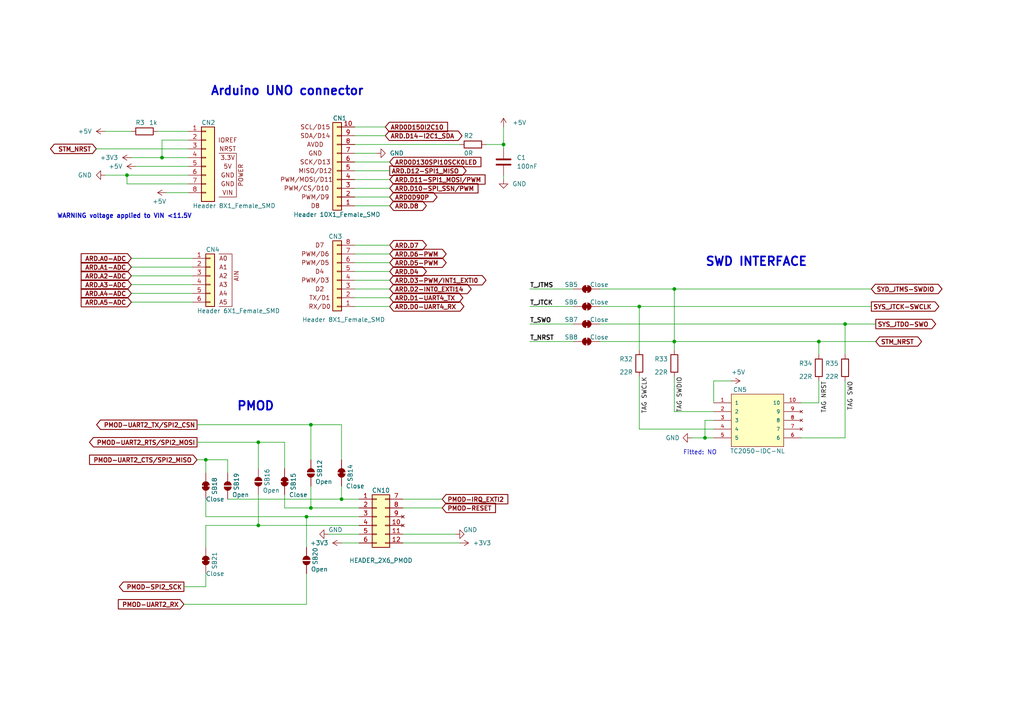
<source format=kicad_sch>
(kicad_sch (version 20211123) (generator eeschema)
  (paper "A4")
  (lib_symbols
    (symbol "+5V_1" (power) (pin_names (offset 0))
      (property "Value" "+5V_1" (at 0 3.556 0))
      (symbol "+5V_1_0_1"
        (polyline (pts (xy -0.762 1.27) (xy 0 2.54)))
        (polyline (pts (xy 0 0) (xy 0 2.54)))
        (polyline (pts (xy 0 2.54) (xy 0.762 1.27)))
      )
      (symbol "+5V_1_1_1"
        (pin power_in line (at 0 0 90) (length 0) hide (name "+5V") (number "1"))
      )
    )
    (symbol "+5V_2" (power) (pin_names (offset 0))
      (property "Value" "+5V_2" (at -3.81 0.0001 90))
      (symbol "+5V_2_0_1"
        (polyline (pts (xy -0.762 1.27) (xy 0 2.54)))
        (polyline (pts (xy 0 0) (xy 0 2.54)))
        (polyline (pts (xy 0 2.54) (xy 0.762 1.27)))
      )
      (symbol "+5V_2_1_1"
        (pin power_in line (at 0 0 90) (length 0) hide (name "+5V") (number "1"))
      )
    )
    (symbol "+5V_3" (power) (pin_names (offset 0))
      (property "Value" "+5V_3" (at 2.54 1.2701 0))
      (symbol "+5V_3_0_1"
        (polyline (pts (xy -0.762 1.27) (xy 0 2.54)))
        (polyline (pts (xy 0 0) (xy 0 2.54)))
        (polyline (pts (xy 0 2.54) (xy 0.762 1.27)))
      )
      (symbol "+5V_3_1_1"
        (pin power_in line (at 0 0 90) (length 0) hide (name "+5V") (number "1"))
      )
    )
    (symbol "+5V_4" (power) (pin_names (offset 0))
      (property "Value" "+5V_4" (at 3.81 0.0001 90))
      (symbol "+5V_4_0_1"
        (polyline (pts (xy -0.762 1.27) (xy 0 2.54)))
        (polyline (pts (xy 0 0) (xy 0 2.54)))
        (polyline (pts (xy 0 2.54) (xy 0.762 1.27)))
      )
      (symbol "+5V_4_1_1"
        (pin power_in line (at 0 0 90) (length 0) hide (name "+5V") (number "1"))
      )
    )
    (symbol "Conn_01x08_1" (pin_names (offset 1.016) hide)
      (property "Reference" "CN4" (at -2.54 10.16 0))
      (property "Value" "Header 8X1_Female_SMD" (at -6.35 -12.7 0))
      (symbol "Conn_01x08_1_0_0"
        (text "D2" (at -5.08 -5.08 0) (effects (font (size 1.27 1.27))))
        (text "D4" (at -5.08 0 0) (effects (font (size 1.27 1.27))))
        (text "D7" (at -5.08 7.62 0) (effects (font (size 1.27 1.27))))
        (text "PWM/D3" (at -6.35 -2.54 0) (effects (font (size 1.27 1.27))))
        (text "PWM/D5" (at -6.35 2.54 0) (effects (font (size 1.27 1.27))))
        (text "PWM/D6" (at -6.35 5.08 0) (effects (font (size 1.27 1.27))))
        (text "RX/D0" (at -5.08 -10.16 0) (effects (font (size 1.27 1.27))))
        (text "TX/D1" (at -5.08 -7.62 0) (effects (font (size 1.27 1.27))))
      )
      (symbol "Conn_01x08_1_1_1"
        (rectangle (start -1.27 8.89) (end 1.27 -11.43) (stroke (width 0.254)) (fill (type background)))
        (rectangle (start 0 -10.287) (end 1.27 -10.033) (stroke (width 0.1524)))
        (rectangle (start 0 -7.747) (end 1.27 -7.493) (stroke (width 0.1524)))
        (rectangle (start 0 -5.207) (end 1.27 -4.953) (stroke (width 0.1524)))
        (rectangle (start 0 -2.667) (end 1.27 -2.413) (stroke (width 0.1524)))
        (rectangle (start 0 -0.127) (end 1.27 0.127) (stroke (width 0.1524)))
        (rectangle (start 0 2.413) (end 1.27 2.667) (stroke (width 0.1524)))
        (rectangle (start 0 4.953) (end 1.27 5.207) (stroke (width 0.1524)))
        (rectangle (start 0 7.493) (end 1.27 7.747) (stroke (width 0.1524)))
        (pin output line (at 5.08 -10.16 180) (length 3.81) (name "Pin_1") (number "1"))
        (pin input line (at 5.08 -7.62 180) (length 3.81) (name "Pin_2") (number "2"))
        (pin bidirectional line (at 5.08 -5.08 180) (length 3.81) (name "Pin_3") (number "3"))
        (pin bidirectional line (at 5.08 -2.54 180) (length 3.81) (name "Pin_4") (number "4"))
        (pin bidirectional line (at 5.08 0 180) (length 3.81) (name "Pin_5") (number "5"))
        (pin bidirectional line (at 5.08 2.54 180) (length 3.81) (name "Pin_6") (number "6"))
        (pin bidirectional line (at 5.08 5.08 180) (length 3.81) (name "Pin_7") (number "7"))
        (pin bidirectional line (at 5.08 7.62 180) (length 3.81) (name "Pin_8") (number "8"))
      )
    )
    (symbol "Connector_Generic:Conn_01x06" (pin_names (offset 1.016) hide)
      (property "Reference" "CN4" (at -1.27 7.62 0))
      (property "Value" "Header 6X1_Female_SMD" (at -3.81 -10.16 0))
      (symbol "Conn_01x06_0_0"
        (polyline (pts (xy 2.54 6.35) (xy 6.35 6.35) (xy 6.35 -8.89) (xy 2.54 -8.89)))
        (text "A0" (at 3.81 5.08 0) (effects (font (size 1.27 1.27))))
        (text "A1" (at 3.81 2.54 0) (effects (font (size 1.27 1.27))))
        (text "A2" (at 3.81 0 0) (effects (font (size 1.27 1.27))))
        (text "A3" (at 3.81 -2.54 0) (effects (font (size 1.27 1.27))))
        (text "A4" (at 3.81 -5.08 0) (effects (font (size 1.27 1.27))))
        (text "A5" (at 3.81 -7.62 0) (effects (font (size 1.27 1.27))))
        (text "AIN" (at 7.62 0 900) (effects (font (size 1.27 1.27))))
      )
      (symbol "Conn_01x06_1_1"
        (rectangle (start -1.27 -7.493) (end 0 -7.747) (stroke (width 0.1524)))
        (rectangle (start -1.27 -4.953) (end 0 -5.207) (stroke (width 0.1524)))
        (rectangle (start -1.27 -2.413) (end 0 -2.667) (stroke (width 0.1524)))
        (rectangle (start -1.27 0.127) (end 0 -0.127) (stroke (width 0.1524)))
        (rectangle (start -1.27 2.667) (end 0 2.413) (stroke (width 0.1524)))
        (rectangle (start -1.27 5.207) (end 0 4.953) (stroke (width 0.1524)))
        (rectangle (start -1.27 6.35) (end 1.27 -8.89) (stroke (width 0.254)) (fill (type background)))
        (pin input line (at -5.08 5.08 0) (length 3.81) (name "Pin_1") (number "1"))
        (pin input line (at -5.08 2.54 0) (length 3.81) (name "Pin_2") (number "2"))
        (pin input line (at -5.08 0 0) (length 3.81) (name "Pin_3") (number "3"))
        (pin input line (at -5.08 -2.54 0) (length 3.81) (name "Pin_4") (number "4"))
        (pin input line (at -5.08 -5.08 0) (length 3.81) (name "Pin_5") (number "5"))
        (pin input line (at -5.08 -7.62 0) (length 3.81) (name "Pin_6") (number "6"))
      )
    )
    (symbol "Connector_Generic:Conn_01x08" (pin_names (offset 1.016) hide)
      (property "Reference" "CN1" (at -1.27 10.16 0))
      (property "Value" "Header 8X1_Female_SMD" (at -3.81 -13.97 0))
      (symbol "Conn_01x08_0_0"
        (polyline (pts (xy 3.81 1.27) (xy 8.89 1.27) (xy 8.89 -11.43) (xy 3.81 -11.43)))
        (text "3.3V" (at 6.35 0 0) (effects (font (size 1.27 1.27))))
        (text "5V" (at 6.35 -2.54 0) (effects (font (size 1.27 1.27))))
        (text "GND" (at 6.35 -7.62 0) (effects (font (size 1.27 1.27))))
        (text "GND" (at 6.35 -5.08 0) (effects (font (size 1.27 1.27))))
        (text "IOREF" (at 6.35 5.08 0) (effects (font (size 1.27 1.27))))
        (text "NRST" (at 6.35 2.54 0) (effects (font (size 1.27 1.27))))
        (text "POWER" (at 10.16 -5.08 900) (effects (font (size 1.27 1.27))))
        (text "VIN" (at 6.35 -10.16 0) (effects (font (size 1.27 1.27))))
      )
      (symbol "Conn_01x08_1_1"
        (rectangle (start -1.27 -10.033) (end 0 -10.287) (stroke (width 0.1524)))
        (rectangle (start -1.27 -7.493) (end 0 -7.747) (stroke (width 0.1524)))
        (rectangle (start -1.27 -4.953) (end 0 -5.207) (stroke (width 0.1524)))
        (rectangle (start -1.27 -2.413) (end 0 -2.667) (stroke (width 0.1524)))
        (rectangle (start -1.27 0.127) (end 0 -0.127) (stroke (width 0.1524)))
        (rectangle (start -1.27 2.667) (end 0 2.413) (stroke (width 0.1524)))
        (rectangle (start -1.27 5.207) (end 0 4.953) (stroke (width 0.1524)))
        (rectangle (start -1.27 7.747) (end 0 7.493) (stroke (width 0.1524)))
        (rectangle (start -1.27 8.89) (end 2.54 -12.7) (stroke (width 0.254)) (fill (type background)))
        (pin input line (at -5.08 7.62 0) (length 3.81) (name "Pin_1") (number "1"))
        (pin output line (at -5.08 5.08 0) (length 3.81) (name "IOREF") (number "2"))
        (pin bidirectional line (at -5.08 2.54 0) (length 3.81) (name "NRST") (number "3"))
        (pin input line (at -5.08 0 0) (length 3.81) (name "3V3") (number "4"))
        (pin input line (at -5.08 -2.54 0) (length 3.81) (name "Pin_5") (number "5"))
        (pin input line (at -5.08 -5.08 0) (length 3.81) (name "Pin_6") (number "6"))
        (pin input line (at -5.08 -7.62 0) (length 3.81) (name "GND") (number "7"))
        (pin input line (at -5.08 -10.16 0) (length 3.81) (name "VIN") (number "8"))
      )
    )
    (symbol "Connector_Generic:Conn_01x10" (pin_names (offset 1.016) hide)
      (property "Reference" "CN1" (at -1.27 12.7 0))
      (property "Value" "Header 10X1_Female_SMD" (at -3.81 -15.24 0))
      (symbol "Conn_01x10_0_0"
        (text "AVDD" (at -6.35 5.08 0) (effects (font (size 1.27 1.27))))
        (text "D8" (at -6.35 -12.7 0) (effects (font (size 1.27 1.27))))
        (text "GND" (at -6.35 2.54 0) (effects (font (size 1.27 1.27))))
        (text "MISO/D12" (at -6.35 -2.54 0) (effects (font (size 1.27 1.27))))
        (text "PWM/CS/D10" (at -8.89 -7.62 0) (effects (font (size 1.27 1.27))))
        (text "PWM/D9" (at -6.35 -10.16 0) (effects (font (size 1.27 1.27))))
        (text "PWM/MOSI/D11" (at -8.89 -5.08 0) (effects (font (size 1.27 1.27))))
        (text "SCK/D13" (at -6.35 0 0) (effects (font (size 1.27 1.27))))
        (text "SCL/D15" (at -6.35 10.16 0) (effects (font (size 1.27 1.27))))
        (text "SDA/D14" (at -6.35 7.62 0) (effects (font (size 1.27 1.27))))
      )
      (symbol "Conn_01x10_1_1"
        (rectangle (start -1.27 11.43) (end 1.27 -13.97) (stroke (width 0.254)) (fill (type background)))
        (rectangle (start 0 -12.827) (end 1.27 -12.573) (stroke (width 0.1524)))
        (rectangle (start 0 -10.287) (end 1.27 -10.033) (stroke (width 0.1524)))
        (rectangle (start 0 -7.747) (end 1.27 -7.493) (stroke (width 0.1524)))
        (rectangle (start 0 -5.207) (end 1.27 -4.953) (stroke (width 0.1524)))
        (rectangle (start 0 -2.667) (end 1.27 -2.413) (stroke (width 0.1524)))
        (rectangle (start 0 -0.127) (end 1.27 0.127) (stroke (width 0.1524)))
        (rectangle (start 0 2.413) (end 1.27 2.667) (stroke (width 0.1524)))
        (rectangle (start 0 4.953) (end 1.27 5.207) (stroke (width 0.1524)))
        (rectangle (start 0 7.493) (end 1.27 7.747) (stroke (width 0.1524)))
        (rectangle (start 0 10.033) (end 1.27 10.287) (stroke (width 0.1524)))
        (pin bidirectional line (at 5.08 -12.7 180) (length 3.81) (name "Pin_1") (number "1"))
        (pin input line (at 5.08 10.16 180) (length 3.81) (name "Pin_10") (number "10"))
        (pin bidirectional line (at 5.08 -10.16 180) (length 3.81) (name "Pin_2") (number "2"))
        (pin input line (at 5.08 -7.62 180) (length 3.81) (name "Pin_3") (number "3"))
        (pin input line (at 5.08 -5.08 180) (length 3.81) (name "Pin_4") (number "4"))
        (pin output line (at 5.08 -2.54 180) (length 3.81) (name "Pin_5") (number "5"))
        (pin input line (at 5.08 0 180) (length 3.81) (name "Pin_6") (number "6"))
        (pin input line (at 5.08 2.54 180) (length 3.81) (name "Pin_7") (number "7"))
        (pin input line (at 5.08 5.08 180) (length 3.81) (name "Pin_8") (number "8"))
        (pin bidirectional line (at 5.08 7.62 180) (length 3.81) (name "Pin_9") (number "9"))
      )
    )
    (symbol "Connector_Generic:Conn_02x06_Top_Bottom" (pin_names (offset 1.016) hide)
      (property "Reference" "CN10" (at 1.27 7.62 0))
      (property "Value" "HEADER_2X6_PMOD" (at 1.27 -12.7 0))
      (symbol "Conn_02x06_Top_Bottom_1_1"
        (rectangle (start -1.27 -7.493) (end 0 -7.747) (stroke (width 0.1524)))
        (rectangle (start -1.27 -4.953) (end 0 -5.207) (stroke (width 0.1524)))
        (rectangle (start -1.27 -2.413) (end 0 -2.667) (stroke (width 0.1524)))
        (rectangle (start -1.27 0.127) (end 0 -0.127) (stroke (width 0.1524)))
        (rectangle (start -1.27 2.667) (end 0 2.413) (stroke (width 0.1524)))
        (rectangle (start -1.27 5.207) (end 0 4.953) (stroke (width 0.1524)))
        (rectangle (start -1.27 6.35) (end 3.81 -8.89) (stroke (width 0.254)) (fill (type background)))
        (rectangle (start 3.81 -7.493) (end 2.54 -7.747) (stroke (width 0.1524)))
        (rectangle (start 3.81 -4.953) (end 2.54 -5.207) (stroke (width 0.1524)))
        (rectangle (start 3.81 -2.413) (end 2.54 -2.667) (stroke (width 0.1524)))
        (rectangle (start 3.81 0.127) (end 2.54 -0.127) (stroke (width 0.1524)))
        (rectangle (start 3.81 2.667) (end 2.54 2.413) (stroke (width 0.1524)))
        (rectangle (start 3.81 5.207) (end 2.54 4.953) (stroke (width 0.1524)))
        (pin passive line (at -5.08 5.08 0) (length 3.81) (name "Pin_1") (number "1"))
        (pin no_connect line (at 7.62 -2.54 180) (length 3.81) (name "Pin_10") (number "10"))
        (pin passive line (at 7.62 -5.08 180) (length 3.81) (name "Pin_11") (number "11"))
        (pin passive line (at 7.62 -7.62 180) (length 3.81) (name "Pin_12") (number "12"))
        (pin passive line (at -5.08 2.54 0) (length 3.81) (name "Pin_2") (number "2"))
        (pin passive line (at -5.08 0 0) (length 3.81) (name "Pin_3") (number "3"))
        (pin passive line (at -5.08 -2.54 0) (length 3.81) (name "Pin_4") (number "4"))
        (pin passive line (at -5.08 -5.08 0) (length 3.81) (name "Pin_5") (number "5"))
        (pin passive line (at -5.08 -7.62 0) (length 3.81) (name "Pin_6") (number "6"))
        (pin passive line (at 7.62 5.08 180) (length 3.81) (name "Pin_7") (number "7"))
        (pin passive line (at 7.62 2.54 180) (length 3.81) (name "Pin_8") (number "8"))
        (pin no_connect line (at 7.62 0 180) (length 3.81) (name "Pin_9") (number "9"))
      )
    )
    (symbol "Device:C" (pin_numbers hide) (pin_names (offset 0.254))
      (property "Reference" "C" (at 0.635 2.54 0))
      (property "Value" "C" (at 0.635 -2.54 0))
      (symbol "C_0_1"
        (polyline (pts (xy -2.032 -0.762) (xy 2.032 -0.762)) (stroke (width 0.508)))
        (polyline (pts (xy -2.032 0.762) (xy 2.032 0.762)) (stroke (width 0.508)))
      )
      (symbol "C_1_1"
        (pin passive line (at 0 3.81 270) (length 2.794) (name "~") (number "1"))
        (pin passive line (at 0 -3.81 90) (length 2.794) (name "~") (number "2"))
      )
    )
    (symbol "Device:R" (pin_numbers hide) (pin_names (offset 0))
      (property "Reference" "R" (at 2.032 0 90))
      (property "Value" "R" (at 0 0 90))
      (symbol "R_0_1"
        (rectangle (start -1.016 -2.54) (end 1.016 2.54) (stroke (width 0.254)))
      )
      (symbol "R_1_1"
        (pin passive line (at 0 3.81 270) (length 1.27) (name "~") (number "1"))
        (pin passive line (at 0 -3.81 90) (length 1.27) (name "~") (number "2"))
      )
    )
    (symbol "Jumper:SolderJumper_2_Bridged" (pin_names (offset 0) hide)
      (property "Reference" "SB18" (at 2.54 2.54 0))
      (property "Value" "Close" (at 0 -3.81 90))
      (symbol "SolderJumper_2_Bridged_0_1"
        (rectangle (start -0.508 0.508) (end 0.508 -0.508) (fill (type outline)))
        (arc (start -0.254 1.016) (mid -1.27 0) (end -0.254 -1.016))
        (arc (start -0.254 1.016) (mid -1.27 0) (end -0.254 -1.016) (fill (type outline)))
        (polyline (pts (xy -0.254 1.016) (xy -0.254 -1.016)))
        (polyline (pts (xy 0.254 1.016) (xy 0.254 -1.016)))
        (arc (start 0.254 -1.016) (mid 1.27 0) (end 0.254 1.016))
        (arc (start 0.254 -1.016) (mid 1.27 0) (end 0.254 1.016) (fill (type outline)))
      )
      (symbol "SolderJumper_2_Bridged_1_1"
        (pin passive line (at -3.81 0 0) (length 2.54) (name "A") (number ""))
        (pin passive line (at 3.81 0 180) (length 2.54) (name "B") (number ""))
      )
    )
    (symbol "SolderJumper_2_Open_1" (pin_names (offset 0) hide)
      (property "Reference" "SB19" (at 2.54 3.81 0))
      (property "Value" "SolderJumper_2_Open_1" (at 2.54 -2.54 90))
      (symbol "SolderJumper_2_Open_1_0_1"
        (arc (start -0.254 1.016) (mid -1.27 0) (end -0.254 -1.016))
        (arc (start -0.254 1.016) (mid -1.27 0) (end -0.254 -1.016) (fill (type outline)))
        (polyline (pts (xy -0.254 1.016) (xy -0.254 -1.016)))
        (polyline (pts (xy 0.254 1.016) (xy 0.254 -1.016)))
        (arc (start 0.254 -1.016) (mid 1.27 0) (end 0.254 1.016))
        (arc (start 0.254 -1.016) (mid 1.27 0) (end 0.254 1.016) (fill (type outline)))
      )
      (symbol "SolderJumper_2_Open_1_1_1"
        (pin passive line (at -3.81 0 0) (length 2.54) (name "A") (number ""))
        (pin passive line (at 3.81 0 180) (length 2.54) (name "B") (number ""))
      )
    )
    (symbol "SolderJumper_2_Open_2" (pin_names (offset 0) hide)
      (property "Reference" "SB16" (at 3.81 2.54 0))
      (property "Value" "SolderJumper_2_Open_2" (at 2.54 -3.81 90))
      (symbol "SolderJumper_2_Open_2_0_1"
        (arc (start -0.254 1.016) (mid -1.27 0) (end -0.254 -1.016))
        (arc (start -0.254 1.016) (mid -1.27 0) (end -0.254 -1.016) (fill (type outline)))
        (polyline (pts (xy -0.254 1.016) (xy -0.254 -1.016)))
        (polyline (pts (xy 0.254 1.016) (xy 0.254 -1.016)))
        (arc (start 0.254 -1.016) (mid 1.27 0) (end 0.254 1.016))
        (arc (start 0.254 -1.016) (mid 1.27 0) (end 0.254 1.016) (fill (type outline)))
      )
      (symbol "SolderJumper_2_Open_2_1_1"
        (pin passive line (at -3.81 0 0) (length 2.54) (name "A") (number ""))
        (pin passive line (at 3.81 0 180) (length 2.54) (name "B") (number ""))
      )
    )
    (symbol "TC2050-IDC-NL:TC2050-IDC-NL" (pin_names (offset 1.016))
      (property "Reference" "CN5" (at -5.08 8.89 0))
      (property "Value" "TC2050-IDC-NL" (at 0 -8.89 0))
      (symbol "TC2050-IDC-NL_0_0"
        (rectangle (start -7.62 -7.62) (end 7.62 7.62) (stroke (width 0.1524)) (fill (type background)))
        (pin passive line (at -12.7 5.08 0) (length 5.08) (name "1") (number "1"))
        (pin passive line (at 12.7 5.08 180) (length 5.08) (name "10") (number "10"))
        (pin passive line (at -12.7 2.54 0) (length 5.08) (name "2") (number "2"))
        (pin passive line (at -12.7 0 0) (length 5.08) (name "3") (number "3"))
        (pin passive line (at -12.7 -2.54 0) (length 5.08) (name "4") (number "4"))
        (pin passive line (at -12.7 -5.08 0) (length 5.08) (name "5") (number "5"))
        (pin input line (at 12.7 -5.08 180) (length 5.08) (name "6") (number "6"))
        (pin no_connect line (at 12.7 -2.54 180) (length 5.08) (name "7") (number "7"))
        (pin no_connect line (at 12.7 0 180) (length 5.08) (name "8") (number "8"))
        (pin no_connect line (at 12.7 2.54 180) (length 5.08) (name "9") (number "9"))
      )
    )
    (symbol "power:+3V3" (power) (pin_names (offset 0))
      (property "Value" "+3V3" (at 0 3.556 0))
      (symbol "+3V3_0_1"
        (polyline (pts (xy -0.762 1.27) (xy 0 2.54)))
        (polyline (pts (xy 0 0) (xy 0 2.54)))
        (polyline (pts (xy 0 2.54) (xy 0.762 1.27)))
      )
      (symbol "+3V3_1_1"
        (pin power_in line (at 0 0 90) (length 0) hide (name "+3V3") (number "1"))
      )
    )
    (symbol "power:+5V" (power) (pin_names (offset 0))
      (property "Value" "5V_ARD" (at -3.81 0.0001 90))
      (symbol "+5V_0_1"
        (polyline (pts (xy -0.762 1.27) (xy 0 2.54)))
        (polyline (pts (xy 0 0) (xy 0 2.54)))
        (polyline (pts (xy 0 2.54) (xy 0.762 1.27)))
      )
      (symbol "+5V_1_1"
        (pin power_in line (at 0 0 90) (length 0) hide (name "+5V") (number "1"))
      )
    )
    (symbol "power:GND" (power) (pin_names (offset 0))
      (property "Value" "GND" (at 0 -3.81 0))
      (symbol "GND_0_1"
        (polyline (pts (xy 0 0) (xy 0 -1.27) (xy 1.27 -1.27) (xy 0 -2.54) (xy -1.27 -1.27) (xy 0 -1.27)))
      )
      (symbol "GND_1_1"
        (pin power_in line (at 0 0 270) (length 0) hide (name "GND") (number "1"))
      )
    )
  )
  (junction (at 74.93 128.27))
  (junction (at 99.06 144.78))
  (junction (at 195.58 99.06))
  (junction (at 204.47 127))
  (junction (at 245.11 93.98))
  (junction (at 74.93 152.4))
  (junction (at 90.17 123.19))
  (junction (at 88.9 149.86))
  (junction (at 36.83 50.8))
  (junction (at 185.42 88.9))
  (junction (at 59.69 133.35))
  (junction (at 46.99 45.72))
  (junction (at 146.05 41.91))
  (junction (at 195.58 83.82))
  (junction (at 90.17 147.32))
  (junction (at 237.49 99.06))
  (wire (pts (xy 66.04 133.35) (xy 66.04 137.16)))
  (wire (pts (xy 195.58 119.38) (xy 207.01 119.38)))
  (wire (pts (xy 90.17 147.32) (xy 104.14 147.32)))
  (wire (pts (xy 237.49 99.06) (xy 237.49 102.87)))
  (wire (pts (xy 54.61 43.18) (xy 27.94 43.18)))
  (wire (pts (xy 102.87 41.91) (xy 133.35 41.91)))
  (wire (pts (xy 88.9 149.86) (xy 104.14 149.86)))
  (wire (pts (xy 99.06 133.35) (xy 99.06 123.19)))
  (wire (pts (xy 195.58 101.6) (xy 195.58 99.06)))
  (wire (pts (xy 173.99 83.82) (xy 195.58 83.82)))
  (wire (pts (xy 204.47 121.92) (xy 204.47 127)))
  (wire (pts (xy 102.87 39.37) (xy 111.76 39.37)))
  (wire (pts (xy 66.04 144.78) (xy 99.06 144.78)))
  (wire (pts (xy 153.67 83.82) (xy 166.37 83.82)))
  (wire (pts (xy 102.87 86.36) (xy 113.03 86.36)))
  (wire (pts (xy 38.1 45.72) (xy 46.99 45.72)))
  (wire (pts (xy 195.58 109.22) (xy 195.58 119.38)))
  (wire (pts (xy 207.01 110.49) (xy 212.09 110.49)))
  (wire (pts (xy 200.66 127) (xy 204.47 127)))
  (wire (pts (xy 88.9 166.37) (xy 88.9 175.26)))
  (wire (pts (xy 59.69 133.35) (xy 66.04 133.35)))
  (wire (pts (xy 30.48 38.1) (xy 38.1 38.1)))
  (wire (pts (xy 195.58 83.82) (xy 195.58 99.06)))
  (wire (pts (xy 82.55 143.51) (xy 82.55 147.32)))
  (wire (pts (xy 173.99 88.9) (xy 185.42 88.9)))
  (wire (pts (xy 30.48 50.8) (xy 36.83 50.8)))
  (wire (pts (xy 36.83 50.8) (xy 54.61 50.8)))
  (wire (pts (xy 90.17 140.97) (xy 90.17 147.32)))
  (wire (pts (xy 38.1 77.47) (xy 55.88 77.47)))
  (wire (pts (xy 153.67 99.06) (xy 166.37 99.06)))
  (wire (pts (xy 45.72 38.1) (xy 54.61 38.1)))
  (wire (pts (xy 146.05 41.91) (xy 146.05 43.18)))
  (wire (pts (xy 95.25 154.94) (xy 104.14 154.94)))
  (wire (pts (xy 173.99 93.98) (xy 245.11 93.98)))
  (wire (pts (xy 59.69 149.86) (xy 88.9 149.86)))
  (wire (pts (xy 57.15 133.35) (xy 59.69 133.35)))
  (wire (pts (xy 38.1 82.55) (xy 55.88 82.55)))
  (wire (pts (xy 102.87 76.2) (xy 113.03 76.2)))
  (wire (pts (xy 102.87 78.74) (xy 113.03 78.74)))
  (wire (pts (xy 116.84 154.94) (xy 132.08 154.94)))
  (wire (pts (xy 207.01 116.84) (xy 207.01 110.49)))
  (wire (pts (xy 48.26 55.88) (xy 54.61 55.88)))
  (wire (pts (xy 232.41 127) (xy 245.11 127)))
  (wire (pts (xy 102.87 81.28) (xy 113.03 81.28)))
  (wire (pts (xy 116.84 157.48) (xy 133.35 157.48)))
  (wire (pts (xy 57.15 128.27) (xy 74.93 128.27)))
  (wire (pts (xy 102.87 46.99) (xy 113.03 46.99)))
  (wire (pts (xy 90.17 123.19) (xy 99.06 123.19)))
  (wire (pts (xy 82.55 135.89) (xy 82.55 128.27)))
  (wire (pts (xy 102.87 44.45) (xy 109.22 44.45)))
  (wire (pts (xy 38.1 85.09) (xy 55.88 85.09)))
  (wire (pts (xy 38.1 74.93) (xy 55.88 74.93)))
  (wire (pts (xy 245.11 93.98) (xy 245.11 102.87)))
  (wire (pts (xy 74.93 152.4) (xy 104.14 152.4)))
  (wire (pts (xy 146.05 52.07) (xy 146.05 50.8)))
  (wire (pts (xy 245.11 110.49) (xy 245.11 127)))
  (wire (pts (xy 173.99 99.06) (xy 195.58 99.06)))
  (wire (pts (xy 153.67 88.9) (xy 166.37 88.9)))
  (wire (pts (xy 102.87 73.66) (xy 113.03 73.66)))
  (wire (pts (xy 185.42 124.46) (xy 207.01 124.46)))
  (wire (pts (xy 46.99 45.72) (xy 54.61 45.72)))
  (wire (pts (xy 140.97 41.91) (xy 146.05 41.91)))
  (wire (pts (xy 39.37 48.26) (xy 54.61 48.26)))
  (wire (pts (xy 204.47 127) (xy 207.01 127)))
  (wire (pts (xy 116.84 144.78) (xy 128.27 144.78)))
  (wire (pts (xy 102.87 88.9) (xy 113.03 88.9)))
  (wire (pts (xy 59.69 144.78) (xy 59.69 149.86)))
  (wire (pts (xy 54.61 40.64) (xy 46.99 40.64)))
  (wire (pts (xy 99.06 157.48) (xy 104.14 157.48)))
  (wire (pts (xy 59.69 152.4) (xy 74.93 152.4)))
  (wire (pts (xy 237.49 110.49) (xy 237.49 116.84)))
  (wire (pts (xy 53.34 175.26) (xy 88.9 175.26)))
  (wire (pts (xy 102.87 83.82) (xy 113.03 83.82)))
  (wire (pts (xy 99.06 144.78) (xy 104.14 144.78)))
  (wire (pts (xy 195.58 83.82) (xy 252.73 83.82)))
  (wire (pts (xy 185.42 88.9) (xy 252.73 88.9)))
  (wire (pts (xy 54.61 53.34) (xy 36.83 53.34)))
  (wire (pts (xy 46.99 40.64) (xy 46.99 45.72)))
  (wire (pts (xy 102.87 36.83) (xy 111.76 36.83)))
  (wire (pts (xy 185.42 101.6) (xy 185.42 88.9)))
  (wire (pts (xy 153.67 93.98) (xy 166.37 93.98)))
  (wire (pts (xy 36.83 50.8) (xy 36.83 53.34)))
  (wire (pts (xy 82.55 147.32) (xy 90.17 147.32)))
  (wire (pts (xy 102.87 71.12) (xy 113.03 71.12)))
  (wire (pts (xy 245.11 93.98) (xy 254 93.98)))
  (wire (pts (xy 88.9 149.86) (xy 88.9 158.75)))
  (wire (pts (xy 237.49 99.06) (xy 254 99.06)))
  (wire (pts (xy 38.1 87.63) (xy 55.88 87.63)))
  (wire (pts (xy 102.87 54.61) (xy 113.03 54.61)))
  (wire (pts (xy 102.87 57.15) (xy 113.03 57.15)))
  (wire (pts (xy 74.93 128.27) (xy 82.55 128.27)))
  (wire (pts (xy 59.69 158.75) (xy 59.69 152.4)))
  (wire (pts (xy 90.17 123.19) (xy 90.17 133.35)))
  (wire (pts (xy 102.87 52.07) (xy 113.03 52.07)))
  (wire (pts (xy 74.93 143.51) (xy 74.93 152.4)))
  (wire (pts (xy 207.01 121.92) (xy 204.47 121.92)))
  (wire (pts (xy 146.05 36.83) (xy 146.05 41.91)))
  (wire (pts (xy 59.69 166.37) (xy 59.69 170.18)))
  (wire (pts (xy 185.42 109.22) (xy 185.42 124.46)))
  (wire (pts (xy 38.1 80.01) (xy 55.88 80.01)))
  (wire (pts (xy 102.87 49.53) (xy 113.03 49.53)))
  (wire (pts (xy 57.15 123.19) (xy 90.17 123.19)))
  (wire (pts (xy 232.41 116.84) (xy 237.49 116.84)))
  (wire (pts (xy 99.06 140.97) (xy 99.06 144.78)))
  (wire (pts (xy 195.58 99.06) (xy 237.49 99.06)))
  (wire (pts (xy 102.87 59.69) (xy 113.03 59.69)))
  (wire (pts (xy 53.34 170.18) (xy 59.69 170.18)))
  (wire (pts (xy 74.93 128.27) (xy 74.93 135.89)))
  (wire (pts (xy 116.84 147.32) (xy 128.27 147.32)))
  (wire (pts (xy 59.69 133.35) (xy 59.69 137.16)))
  (text "WARNING voltage applied to VIN <11.5V" (at 16.51 63.5 0) (effects (font (size 1.27 1.27) bold) (justify left bottom)))
  (text "Arduino UNO connector" (at 60.96 27.94 0) (effects (font (size 2.5 2.5) (thickness 0.5) bold) (justify left bottom)))
  (text "PMOD\n" (at 68.58 119.38 0) (effects (font (size 2.5 2.5) (thickness 0.5) bold) (justify left bottom)))
  (text "SWD INTERFACE" (at 204.47 77.47 0) (effects (font (size 2.5 2.5) (thickness 0.5) bold) (justify left bottom)))
  (text "Fitted: NO" (at 198.12 132.08 0) (effects (font (size 1.27 1.27)) (justify left bottom)))
  (label "T_NRST" (at 153.67 99.06 0) (effects (font bold)))
  (label "TAG NRST" (at 240.03 110.49 270))
  (label "TAG SWO" (at 247.65 110.49 270))
  (label "T_SWO" (at 153.67 93.98 0) (effects (font bold)))
  (label "TAG SWCLK" (at 187.96 109.22 270))
  (label "T_JTMS" (at 153.67 83.82 0) (effects (font bold)))
  (label "TAG SWDIO" (at 198.12 109.22 270))
  (label "T_JTCK" (at 153.67 88.9 0) (effects (font bold)))
  (global_label "PMOD-UART2_CTS{slash}SPI2_MISO" (shape input) (at 57.15 133.35 180) (effects (font (thickness 0.254) bold)) (property "Intersheet References" "${INTERSHEET_REFS}" (effects hide)))
  (global_label "PMOD-UART2_RTS{slash}SPI2_MOSI" (shape output) (at 57.15 128.27 180) (effects (font (thickness 0.254) bold)) (property "Intersheet References" "${INTERSHEET_REFS}" (effects hide)))
  (global_label "PMOD-IRQ_EXTI2" (shape input) (at 128.27 144.78 0) (effects (font (thickness 0.254) bold)) (property "Intersheet References" "${INTERSHEET_REFS}" (effects hide)))
  (global_label "ARD.A5-ADC" (shape input) (at 38.1 87.63 180) (effects (font (thickness 0.254) bold)) (property "Intersheet References" "${INTERSHEET_REFS}" (effects hide)))
  (global_label "ARD.A4-ADC" (shape input) (at 38.1 85.09 180) (effects (font (thickness 0.254) bold)) (property "Intersheet References" "${INTERSHEET_REFS}" (effects hide)))
  (global_label "PMOD-RESET" (shape input) (at 128.27 147.32 0) (effects (font (thickness 0.254) bold)) (property "Intersheet References" "${INTERSHEET_REFS}" (effects hide)))
  (global_label "ARD.D11-SPI1_MOSI{slash}PWM" (shape input) (at 113.03 52.07 0) (effects (font (thickness 0.254) bold)) (property "Intersheet References" "${INTERSHEET_REFS}" (effects hide)))
  (global_label "PMOD-UART2_RX" (shape input) (at 53.34 175.26 180) (effects (font (thickness 0.254) bold)) (property "Intersheet References" "${INTERSHEET_REFS}" (effects hide)))
  (global_label "ARD0D130SPI10SCK0LED" (shape input) (at 113.03 46.99 0) (effects (font (thickness 0.254) bold)) (property "Intersheet References" "${INTERSHEET_REFS}" (effects hide)))
  (global_label "ARD.D5-PWM" (shape bidirectional) (at 113.03 76.2 0) (effects (font (thickness 0.254) bold)) (property "Intersheet References" "${INTERSHEET_REFS}" (effects hide)))
  (global_label "PMOD-SPI2_SCK" (shape output) (at 53.34 170.18 180) (effects (font (thickness 0.254) bold)) (property "Intersheet References" "${INTERSHEET_REFS}" (effects hide)))
  (global_label "ARD.A1-ADC" (shape input) (at 38.1 77.47 180) (effects (font (thickness 0.254) bold)) (property "Intersheet References" "${INTERSHEET_REFS}" (effects hide)))
  (global_label "ARD.A0-ADC" (shape input) (at 38.1 74.93 180) (effects (font (thickness 0.254) bold)) (property "Intersheet References" "${INTERSHEET_REFS}" (effects hide)))
  (global_label "ARD.D4" (shape bidirectional) (at 113.03 78.74 0) (effects (font (thickness 0.254) bold)) (property "Intersheet References" "${INTERSHEET_REFS}" (effects hide)))
  (global_label "SYS_JTCK-SWCLK" (shape output) (at 252.73 88.9 0) (effects (font (thickness 0.254) bold)) (property "Intersheet References" "${INTERSHEET_REFS}" (effects hide)))
  (global_label "ARD.A3-ADC" (shape input) (at 38.1 82.55 180) (effects (font (thickness 0.254) bold)) (property "Intersheet References" "${INTERSHEET_REFS}" (effects hide)))
  (global_label "STM_NRST" (shape bidirectional) (at 27.94 43.18 180) (effects (font (thickness 0.254) bold)) (property "Intersheet References" "${INTERSHEET_REFS}" (effects hide)))
  (global_label "ARD0D150I2C10" (shape input) (at 111.76 36.83 0) (effects (font (thickness 0.254) bold)) (property "Intersheet References" "${INTERSHEET_REFS}" (effects hide)))
  (global_label "ARD0D90P" (shape bidirectional) (at 113.03 57.15 0) (effects (font (thickness 0.254) bold)) (property "Intersheet References" "${INTERSHEET_REFS}" (effects hide)))
  (global_label "ARD.D6-PWM" (shape bidirectional) (at 113.03 73.66 0) (effects (font (thickness 0.254) bold)) (property "Intersheet References" "${INTERSHEET_REFS}" (effects hide)))
  (global_label "ARD.D10-SPI_SSN{slash}PWM" (shape input) (at 113.03 54.61 0) (effects (font (thickness 0.254) bold)) (property "Intersheet References" "${INTERSHEET_REFS}" (effects hide)))
  (global_label "ARD.D14-I2C1_SDA" (shape bidirectional) (at 111.76 39.37 0) (effects (font (thickness 0.254) bold)) (property "Intersheet References" "${INTERSHEET_REFS}" (effects hide)))
  (global_label "PMOD-UART2_TX{slash}SPI2_CSN" (shape output) (at 57.15 123.19 180) (effects (font (thickness 0.254) bold)) (property "Intersheet References" "${INTERSHEET_REFS}" (effects hide)))
  (global_label "STM_NRST" (shape bidirectional) (at 254 99.06 0) (effects (font (thickness 0.254) bold)) (property "Intersheet References" "${INTERSHEET_REFS}" (effects hide)))
  (global_label "SYS_JTDO-SWO" (shape output) (at 254 93.98 0) (effects (font (thickness 0.254) bold)) (property "Intersheet References" "${INTERSHEET_REFS}" (effects hide)))
  (global_label "ARD.D8" (shape bidirectional) (at 113.03 59.69 0) (effects (font (thickness 0.254) bold)) (property "Intersheet References" "${INTERSHEET_REFS}" (effects hide)))
  (global_label "SYD_JTMS-SWDIO" (shape bidirectional) (at 252.73 83.82 0) (effects (font (thickness 0.254) bold)) (property "Intersheet References" "${INTERSHEET_REFS}" (effects hide)))
  (global_label "ARD.D1-UART4_TX" (shape bidirectional) (at 113.03 86.36 0) (effects (font (thickness 0.254) bold)) (property "Intersheet References" "${INTERSHEET_REFS}" (effects hide)))
  (global_label "ARD.D7" (shape bidirectional) (at 113.03 71.12 0) (effects (font (thickness 0.254) bold)) (property "Intersheet References" "${INTERSHEET_REFS}" (effects hide)))
  (global_label "ARD.A2-ADC" (shape input) (at 38.1 80.01 180) (effects (font (thickness 0.254) bold)) (property "Intersheet References" "${INTERSHEET_REFS}" (effects hide)))
  (global_label "ARD.D3-PWM{slash}INT1_EXTI0" (shape bidirectional) (at 113.03 81.28 0) (effects (font (thickness 0.254) bold)) (property "Intersheet References" "${INTERSHEET_REFS}" (effects hide)))
  (global_label "ARD.D0-UART4_RX" (shape bidirectional) (at 113.03 88.9 0) (effects (font (thickness 0.254) bold)) (property "Intersheet References" "${INTERSHEET_REFS}" (effects hide)))
  (global_label "ARD.D2-INT0_EXTI14" (shape bidirectional) (at 113.03 83.82 0) (effects (font (thickness 0.254) bold)) (property "Intersheet References" "${INTERSHEET_REFS}" (effects hide)))
  (global_label "ARD.D12-SPI1_MISO" (shape output) (at 113.03 49.53 0) (effects (font (thickness 0.254) bold)) (property "Intersheet References" "${INTERSHEET_REFS}" (effects hide)))
  (symbol (lib_id "Device:R") (at 185.42 105.41 180) (unit 1)
    (property "Reference" "R32" (at 181.61 104.14 0))
    (property "Value" "22R" (at 181.61 107.95 0))
    (property "Footprint" "Resistor_SMD:R_0402_1005Metric" (effects hide))
    (property "Datasheet" "https://www.snapeda.com/parts/ERA-2HEC7321P/Panasonic/datasheet/" (effects hide))
  )
  (symbol (lib_id "power:+3V3") (at 99.06 157.48 90) (unit 1)
    (property "Reference" "#PWR?" (effects hide))
    (property "Value" "+3V3" (at 95.25 157.4799 90) (effects (justify left)))
  )
  (symbol (lib_id "Jumper:SolderJumper_2_Bridged") (at 170.18 88.9 0) (unit 1)
    (property "Reference" "SB6" (at 167.64 87.63 0) (effects (justify right)))
    (property "Value" "Close" (at 176.53 87.63 0) (effects (justify right)))
    (property "Footprint" "Jumper:SolderJumper-2_P1.3mm_Bridged2Bar_Pad1.0x1.5mm" (effects hide))
  )
  (symbol (lib_id "power:GND") (at 132.08 154.94 90) (mirror x) (unit 1)
    (property "Reference" "#PWR?" (effects hide))
    (property "Value" "GND" (at 138.43 153.67 90) (effects (justify left)))
  )
  (symbol (lib_name "SolderJumper_2_Open_2") (lib_id "Jumper:SolderJumper_2_Open") (at 90.17 137.16 90) (unit 1)
    (property "Reference" "SB12" (at 92.71 133.35 0) (effects (justify right)))
    (property "Value" "Open" (at 91.44 139.7 90) (effects (justify right)))
    (property "Footprint" "Jumper:SolderJumper-2_P1.3mm_Open_Pad1.0x1.5mm" (effects hide))
  )
  (symbol (lib_name "+5V_3") (lib_id "power:+5V") (at 146.05 36.83 0) (unit 1)
    (property "Reference" "#PWR?" (effects hide))
    (property "Value" "VDDA" (at 148.59 35.5599 0) (effects (justify left)))
  )
  (symbol (lib_id "Connector_Generic:Conn_02x06_Top_Bottom") (at 109.22 149.86 0) (unit 1)
    (property "Reference" "CN10" (at 110.49 142.24 0))
    (property "Value" "HEADER_2X6_PMOD" (at 110.49 162.56 0))
    (property "Footprint" "Connector_PinHeader_2.54mm:PinHeader_2x06_P2.54mm_Horizontal" (effects hide))
  )
  (symbol (lib_id "Device:R") (at 195.58 105.41 180) (unit 1)
    (property "Reference" "R33" (at 191.77 104.14 0))
    (property "Value" "22R" (at 191.77 107.95 0))
    (property "Footprint" "Resistor_SMD:R_0402_1005Metric" (effects hide))
    (property "Datasheet" "https://www.snapeda.com/parts/ERA-2HEC7321P/Panasonic/datasheet/" (effects hide))
  )
  (symbol (lib_id "Jumper:SolderJumper_2_Bridged") (at 59.69 140.97 90) (unit 1)
    (property "Reference" "SB18" (at 62.23 138.43 0) (effects (justify right)))
    (property "Value" "Close" (at 59.69 144.78 90) (effects (justify right)))
    (property "Footprint" "Jumper:SolderJumper-2_P1.3mm_Bridged2Bar_Pad1.0x1.5mm" (effects hide))
  )
  (symbol (lib_name "SolderJumper_2_Open_1") (lib_id "Jumper:SolderJumper_2_Open") (at 88.9 162.56 90) (unit 1)
    (property "Reference" "SB20" (at 91.44 158.75 0) (effects (justify right)))
    (property "Value" "Open" (at 90.17 165.1 90) (effects (justify right)))
    (property "Footprint" "Jumper:SolderJumper-2_P1.3mm_Open_Pad1.0x1.5mm" (effects hide))
  )
  (symbol (lib_id "Connector_Generic:Conn_01x06") (at 60.96 80.01 0) (unit 1)
    (property "Reference" "CN4" (at 59.69 72.39 0) (effects (justify left)))
    (property "Value" "Header 6X1_Female_SMD" (at 57.15 90.17 0) (effects (justify left)))
    (property "Footprint" "Connector_PinHeader_1.00mm:PinHeader_1x06_P1.00mm_Horizontal" (effects hide))
    (property "Datasheet" "https://www.snapeda.com/parts/F-V50XC-1X06R-LF/Morethanall/datasheet/" (effects hide))
  )
  (symbol (lib_id "Device:R") (at 137.16 41.91 270) (unit 1)
    (property "Reference" "R2" (at 135.89 39.37 90))
    (property "Value" "0R" (at 135.89 44.45 90))
    (property "Footprint" "Resistor_SMD:R_0402_1005Metric" (effects hide))
    (property "Datasheet" "https://www.snapeda.com/parts/ERA-2HEC7321P/Panasonic/datasheet/" (effects hide))
  )
  (symbol (lib_id "Jumper:SolderJumper_2_Bridged") (at 170.18 99.06 0) (unit 1)
    (property "Reference" "SB8" (at 167.64 97.79 0) (effects (justify right)))
    (property "Value" "Close" (at 176.53 97.79 0) (effects (justify right)))
    (property "Footprint" "Jumper:SolderJumper-2_P1.3mm_Bridged2Bar_Pad1.0x1.5mm" (effects hide))
  )
  (symbol (lib_id "Device:C") (at 146.05 46.99 0) (unit 1)
    (property "Reference" "C1" (at 149.86 45.7199 0) (effects (justify left)))
    (property "Value" "100nF" (at 149.86 48.2599 0) (effects (justify left)))
    (property "Footprint" "Capacitor_SMD:C_0402_1005Metric" (effects hide))
    (property "Datasheet" "https://s3.amazonaws.com/snapeda/datasheet/C0402C222J3JACTU_KEMET.pdf" (effects hide))
  )
  (symbol (lib_name "+5V_4") (lib_id "power:+5V") (at 212.09 110.49 270) (unit 1)
    (property "Reference" "#PWR?" (effects hide))
    (property "Value" "3V3_ST_LINK" (at 212.09 107.95 90) (effects (justify left)))
  )
  (symbol (lib_id "power:GND") (at 95.25 154.94 270) (unit 1)
    (property "Reference" "#PWR?" (effects hide))
    (property "Value" "GND" (at 95.25 153.67 90) (effects (justify left)))
  )
  (symbol (lib_id "power:+5V") (at 30.48 38.1 90) (unit 1)
    (property "Reference" "#PWR?" (effects hide))
    (property "Value" "5V_ARD" (at 26.67 38.1 90) (effects (justify left)))
  )
  (symbol (lib_name "SolderJumper_2_Open_1") (lib_id "Jumper:SolderJumper_2_Open") (at 66.04 140.97 90) (unit 1)
    (property "Reference" "SB19" (at 68.58 137.16 0) (effects (justify right)))
    (property "Value" "Open" (at 67.31 143.51 90) (effects (justify right)))
    (property "Footprint" "Jumper:SolderJumper-2_P1.3mm_Open_Pad1.0x1.5mm" (effects hide))
  )
  (symbol (lib_id "Jumper:SolderJumper_2_Bridged") (at 99.06 137.16 90) (unit 1)
    (property "Reference" "SB14" (at 101.6 134.62 0) (effects (justify right)))
    (property "Value" "Close" (at 100.33 140.97 90) (effects (justify right)))
    (property "Footprint" "Jumper:SolderJumper-2_P1.3mm_Bridged2Bar_Pad1.0x1.5mm" (effects hide))
  )
  (symbol (lib_id "Device:R") (at 41.91 38.1 270) (unit 1)
    (property "Reference" "R3" (at 40.64 35.56 90))
    (property "Value" "1k" (at 44.45 35.56 90))
    (property "Footprint" "Resistor_SMD:R_0402_1005Metric" (effects hide))
    (property "Datasheet" "https://www.snapeda.com/parts/ERA-2HEC7321P/Panasonic/datasheet/" (effects hide))
  )
  (symbol (lib_id "Jumper:SolderJumper_2_Bridged") (at 170.18 93.98 0) (unit 1)
    (property "Reference" "SB7" (at 167.64 92.71 0) (effects (justify right)))
    (property "Value" "Close" (at 176.53 92.71 0) (effects (justify right)))
    (property "Footprint" "Jumper:SolderJumper-2_P1.3mm_Bridged2Bar_Pad1.0x1.5mm" (effects hide))
  )
  (symbol (lib_id "power:GND") (at 30.48 50.8 270) (unit 1)
    (property "Reference" "#PWR?" (effects hide))
    (property "Value" "GND" (at 26.67 50.7999 90) (effects (justify right)))
  )
  (symbol (lib_id "power:GND") (at 146.05 52.07 0) (unit 1)
    (property "Reference" "#PWR?" (effects hide))
    (property "Value" "GND" (at 148.59 53.3399 0) (effects (justify left)))
  )
  (symbol (lib_id "power:+3V3") (at 38.1 45.72 90) (unit 1)
    (property "Reference" "#PWR?" (effects hide))
    (property "Value" "+3V3" (at 34.29 45.7199 90) (effects (justify left)))
  )
  (symbol (lib_name "Conn_01x08_1") (lib_id "Connector_Generic:Conn_01x08") (at 97.79 78.74 0) (unit 1)
    (property "Reference" "CN3" (at 95.25 68.58 0) (effects (justify left)))
    (property "Value" "Header 8X1_Female_SMD" (at 87.63 92.71 0) (effects (justify left)))
    (property "Footprint" "Connector_PinHeader_1.00mm:PinHeader_1x08_P1.00mm_Horizontal" (effects hide))
    (property "Datasheet" "https://www.snapeda.com/parts/F-V50XC-1X08R-LF/Morethanall/datasheet/" (effects hide))
  )
  (symbol (lib_id "Device:R") (at 237.49 106.68 180) (unit 1)
    (property "Reference" "R34" (at 233.68 105.41 0))
    (property "Value" "22R" (at 233.68 109.22 0))
    (property "Footprint" "Resistor_SMD:R_0402_1005Metric" (effects hide))
    (property "Datasheet" "https://www.snapeda.com/parts/ERA-2HEC7321P/Panasonic/datasheet/" (effects hide))
  )
  (symbol (lib_id "Device:R") (at 245.11 106.68 180) (unit 1)
    (property "Reference" "R35" (at 241.3 105.41 0))
    (property "Value" "22R" (at 241.3 109.22 0))
    (property "Footprint" "Resistor_SMD:R_0402_1005Metric" (effects hide))
    (property "Datasheet" "https://www.snapeda.com/parts/ERA-2HEC7321P/Panasonic/datasheet/" (effects hide))
  )
  (symbol (lib_id "Connector_Generic:Conn_01x10") (at 97.79 46.99 0) (unit 1)
    (property "Reference" "CN1" (at 96.52 34.29 0) (effects (justify left)))
    (property "Value" "Header 10X1_Female_SMD" (at 85.09 62.23 0) (effects (justify left)))
    (property "Footprint" "Connector_PinHeader_1.00mm:PinHeader_1x10_P1.00mm_Horizontal" (effects hide))
    (property "Datasheet" "https://www.snapeda.com/parts/F-V50XC-1X10R-LF/Morethanall/datasheet/" (effects hide))
  )
  (symbol (lib_name "+5V_1") (lib_id "power:+5V") (at 39.37 48.26 90) (unit 1)
    (property "Reference" "#PWR?" (effects hide))
    (property "Value" "+5V" (at 35.56 48.2599 90) (effects (justify left)))
  )
  (symbol (lib_id "power:GND") (at 109.22 44.45 90) (unit 1)
    (property "Reference" "#PWR?" (effects hide))
    (property "Value" "GND" (at 113.03 44.4499 90) (effects (justify right)))
  )
  (symbol (lib_id "TC2050-IDC-NL:TC2050-IDC-NL") (at 219.71 121.92 0) (unit 1)
    (property "Reference" "CN5" (at 214.63 113.03 0))
    (property "Value" "TC2050-IDC-NL" (at 219.71 130.81 0))
    (property "Footprint" "TC2050-IDC-NL:TAG-CONNECT_TC2050-IDC-NL" (effects hide))
    (property "Datasheet" "https://www.snapeda.com/parts/TC2050-IDC-NL/Tag-Connect%20LLC/datasheet/" (effects hide))
    (property "STANDARD" "Manufacturer recommendations" (effects hide))
    (property "MANUFACTURER" "Tag-Connect" (effects hide))
    (property "PARTREV" "A" (effects hide))
  )
  (symbol (lib_id "Jumper:SolderJumper_2_Bridged") (at 170.18 83.82 0) (unit 1)
    (property "Reference" "SB5" (at 167.64 82.55 0) (effects (justify right)))
    (property "Value" "Close" (at 176.53 82.55 0) (effects (justify right)))
    (property "Footprint" "Jumper:SolderJumper-2_P1.3mm_Bridged2Bar_Pad1.0x1.5mm" (effects hide))
  )
  (symbol (lib_id "Connector_Generic:Conn_01x08") (at 59.69 45.72 0) (unit 1)
    (property "Reference" "CN2" (at 58.42 35.56 0) (effects (justify left)))
    (property "Value" "Header 8X1_Female_SMD" (at 55.88 59.69 0) (effects (justify left)))
    (property "Footprint" "Connector_PinHeader_1.00mm:PinHeader_1x08_P1.00mm_Horizontal" (effects hide))
    (property "Datasheet" "https://www.snapeda.com/parts/F-V50XC-1X08R-LF/Morethanall/datasheet/" (effects hide))
  )
  (symbol (lib_id "power:GND") (at 200.66 127 270) (unit 1)
    (property "Reference" "#PWR?" (effects hide))
    (property "Value" "GND" (at 193.04 127 90) (effects (justify left)))
  )
  (symbol (lib_id "Jumper:SolderJumper_2_Bridged") (at 59.69 162.56 90) (unit 1)
    (property "Reference" "SB21" (at 62.23 160.02 0) (effects (justify right)))
    (property "Value" "Close" (at 59.69 166.37 90) (effects (justify right)))
    (property "Footprint" "Jumper:SolderJumper-2_P1.3mm_Bridged2Bar_Pad1.0x1.5mm" (effects hide))
  )
  (symbol (lib_name "SolderJumper_2_Open_2") (lib_id "Jumper:SolderJumper_2_Open") (at 74.93 139.7 90) (unit 1)
    (property "Reference" "SB16" (at 77.47 135.89 0) (effects (justify right)))
    (property "Value" "Open" (at 76.2 142.24 90) (effects (justify right)))
    (property "Footprint" "Jumper:SolderJumper-2_P1.3mm_Open_Pad1.0x1.5mm" (effects hide))
  )
  (symbol (lib_id "power:+3V3") (at 133.35 157.48 270) (mirror x) (unit 1)
    (property "Reference" "#PWR?" (effects hide))
    (property "Value" "+3V3" (at 137.16 157.4799 90) (effects (justify left)))
  )
  (symbol (lib_id "Jumper:SolderJumper_2_Bridged") (at 82.55 139.7 90) (unit 1)
    (property "Reference" "SB15" (at 85.09 137.16 0) (effects (justify right)))
    (property "Value" "Close" (at 83.82 143.51 90) (effects (justify right)))
    (property "Footprint" "Jumper:SolderJumper-2_P1.3mm_Bridged2Bar_Pad1.0x1.5mm" (effects hide))
  )
  (symbol (lib_name "+5V_2") (lib_id "power:+5V") (at 48.26 55.88 90) (unit 1)
    (property "Reference" "#PWR?" (effects hide))
    (property "Value" "VIN" (at 48.26 58.42 90) (effects (justify left)))
  )
)
</source>
